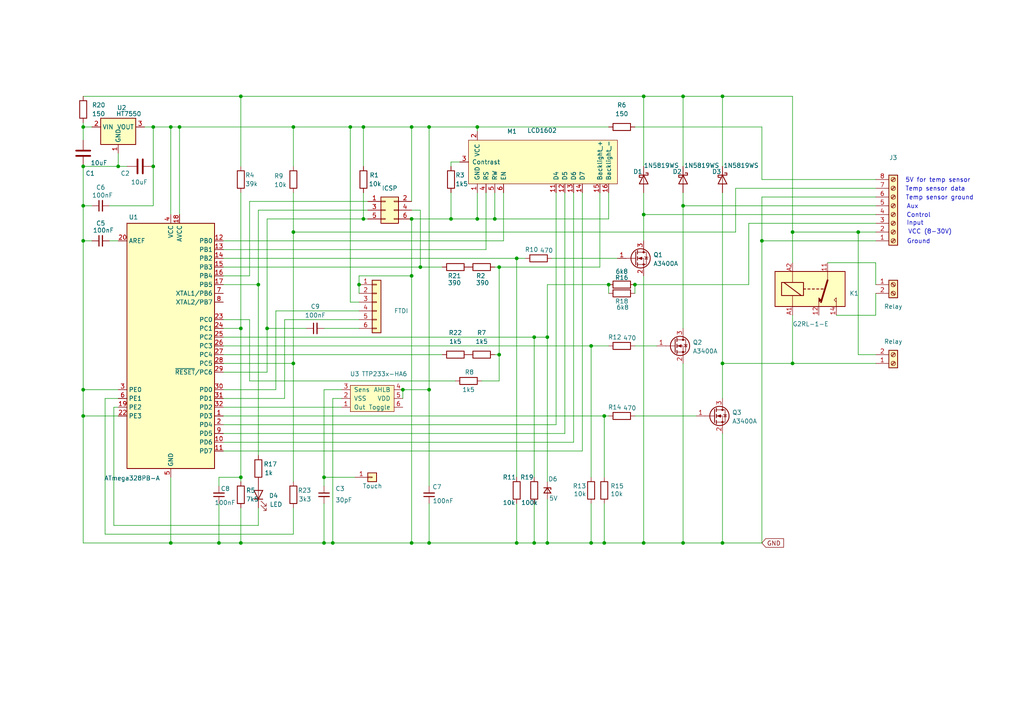
<source format=kicad_sch>
(kicad_sch (version 20231120) (generator "eeschema") (generator_version "8.0")
  (paper "A4")
  (title_block (title "ThermalOptimizer") (date "2025-03-02") (rev "1.2") (company "TheFloatingLab LLC") (comment 1 "Open Source under the GNU GENERAL PUBLIC LICENSE"))
  (lib_symbols
    (symbol "Connector:Screw_Terminal_01x02" (pin_names (offset 1.016) hide)
      (property "Reference" "J" (at 0 2.54 0))
      (property "Value" "Screw_Terminal_01x02" (at 0 -5.08 0))
      (symbol "Screw_Terminal_01x02_1_1"
        (rectangle (start -1.27 1.27) (end 1.27 -3.81) (stroke (width 0.254)) (fill (type background)))
        (circle (center 0 -2.54) (radius 0.635) (stroke (width 0.1524)))
        (polyline (pts (xy -0.5334 -2.2098) (xy 0.3302 -3.048)) (stroke (width 0.1524)))
        (polyline (pts (xy -0.5334 0.3302) (xy 0.3302 -0.508)) (stroke (width 0.1524)))
        (polyline (pts (xy -0.3556 -2.032) (xy 0.508 -2.8702)) (stroke (width 0.1524)))
        (polyline (pts (xy -0.3556 0.508) (xy 0.508 -0.3302)) (stroke (width 0.1524)))
        (circle (center 0 0) (radius 0.635) (stroke (width 0.1524)))
        (pin passive line (at -5.08 0 0) (length 3.81) (name "Pin_1") (number "1"))
        (pin passive line (at -5.08 -2.54 0) (length 3.81) (name "Pin_2") (number "2"))
      )
    )
    (symbol "Connector:Screw_Terminal_01x08" (pin_names (offset 1.016) hide)
      (property "Reference" "J" (at 0 10.16 0))
      (property "Value" "Screw_Terminal_01x08" (at 0 -12.7 0))
      (symbol "Screw_Terminal_01x08_1_1"
        (rectangle (start -1.27 8.89) (end 1.27 -11.43) (stroke (width 0.254)) (fill (type background)))
        (circle (center 0 -10.16) (radius 0.635) (stroke (width 0.1524)))
        (circle (center 0 -7.62) (radius 0.635) (stroke (width 0.1524)))
        (circle (center 0 -5.08) (radius 0.635) (stroke (width 0.1524)))
        (circle (center 0 -2.54) (radius 0.635) (stroke (width 0.1524)))
        (polyline (pts (xy -0.5334 -9.8298) (xy 0.3302 -10.668)) (stroke (width 0.1524)))
        (polyline (pts (xy -0.5334 -7.2898) (xy 0.3302 -8.128)) (stroke (width 0.1524)))
        (polyline (pts (xy -0.5334 -4.7498) (xy 0.3302 -5.588)) (stroke (width 0.1524)))
        (polyline (pts (xy -0.5334 -2.2098) (xy 0.3302 -3.048)) (stroke (width 0.1524)))
        (polyline (pts (xy -0.5334 0.3302) (xy 0.3302 -0.508)) (stroke (width 0.1524)))
        (polyline (pts (xy -0.5334 2.8702) (xy 0.3302 2.032)) (stroke (width 0.1524)))
        (polyline (pts (xy -0.5334 5.4102) (xy 0.3302 4.572)) (stroke (width 0.1524)))
        (polyline (pts (xy -0.5334 7.9502) (xy 0.3302 7.112)) (stroke (width 0.1524)))
        (polyline (pts (xy -0.3556 -9.652) (xy 0.508 -10.4902)) (stroke (width 0.1524)))
        (polyline (pts (xy -0.3556 -7.112) (xy 0.508 -7.9502)) (stroke (width 0.1524)))
        (polyline (pts (xy -0.3556 -4.572) (xy 0.508 -5.4102)) (stroke (width 0.1524)))
        (polyline (pts (xy -0.3556 -2.032) (xy 0.508 -2.8702)) (stroke (width 0.1524)))
        (polyline (pts (xy -0.3556 0.508) (xy 0.508 -0.3302)) (stroke (width 0.1524)))
        (polyline (pts (xy -0.3556 3.048) (xy 0.508 2.2098)) (stroke (width 0.1524)))
        (polyline (pts (xy -0.3556 5.588) (xy 0.508 4.7498)) (stroke (width 0.1524)))
        (polyline (pts (xy -0.3556 8.128) (xy 0.508 7.2898)) (stroke (width 0.1524)))
        (circle (center 0 0) (radius 0.635) (stroke (width 0.1524)))
        (circle (center 0 2.54) (radius 0.635) (stroke (width 0.1524)))
        (circle (center 0 5.08) (radius 0.635) (stroke (width 0.1524)))
        (circle (center 0 7.62) (radius 0.635) (stroke (width 0.1524)))
        (pin passive line (at -5.08 7.62 0) (length 3.81) (name "Pin_1") (number "1"))
        (pin passive line (at -5.08 5.08 0) (length 3.81) (name "Pin_2") (number "2"))
        (pin passive line (at -5.08 2.54 0) (length 3.81) (name "Pin_3") (number "3"))
        (pin passive line (at -5.08 0 0) (length 3.81) (name "Pin_4") (number "4"))
        (pin passive line (at -5.08 -2.54 0) (length 3.81) (name "Pin_5") (number "5"))
        (pin passive line (at -5.08 -5.08 0) (length 3.81) (name "Pin_6") (number "6"))
        (pin passive line (at -5.08 -7.62 0) (length 3.81) (name "Pin_7") (number "7"))
        (pin passive line (at -5.08 -10.16 0) (length 3.81) (name "Pin_8") (number "8"))
      )
    )
    (symbol "Connector_Generic:Conn_01x01" (pin_names (offset 1.016) hide)
      (property "Reference" "J" (at 0 2.54 0))
      (property "Value" "Conn_01x01" (at 0 -2.54 0))
      (symbol "Conn_01x01_1_1"
        (rectangle (start -1.27 0.127) (end 0 -0.127) (stroke (width 0.1524)))
        (rectangle (start -1.27 1.27) (end 1.27 -1.27) (stroke (width 0.254)) (fill (type background)))
        (pin passive line (at -5.08 0 0) (length 3.81) (name "Pin_1") (number "1"))
      )
    )
    (symbol "Connector_Generic:Conn_01x06" (pin_names (offset 1.016) hide)
      (property "Reference" "J" (at 0 7.62 0))
      (property "Value" "Conn_01x06" (at 0 -10.16 0))
      (symbol "Conn_01x06_1_1"
        (rectangle (start -1.27 -7.493) (end 0 -7.747) (stroke (width 0.1524)))
        (rectangle (start -1.27 -4.953) (end 0 -5.207) (stroke (width 0.1524)))
        (rectangle (start -1.27 -2.413) (end 0 -2.667) (stroke (width 0.1524)))
        (rectangle (start -1.27 0.127) (end 0 -0.127) (stroke (width 0.1524)))
        (rectangle (start -1.27 2.667) (end 0 2.413) (stroke (width 0.1524)))
        (rectangle (start -1.27 5.207) (end 0 4.953) (stroke (width 0.1524)))
        (rectangle (start -1.27 6.35) (end 1.27 -8.89) (stroke (width 0.254)) (fill (type background)))
        (pin passive line (at -5.08 5.08 0) (length 3.81) (name "Pin_1") (number "1"))
        (pin passive line (at -5.08 2.54 0) (length 3.81) (name "Pin_2") (number "2"))
        (pin passive line (at -5.08 0 0) (length 3.81) (name "Pin_3") (number "3"))
        (pin passive line (at -5.08 -2.54 0) (length 3.81) (name "Pin_4") (number "4"))
        (pin passive line (at -5.08 -5.08 0) (length 3.81) (name "Pin_5") (number "5"))
        (pin passive line (at -5.08 -7.62 0) (length 3.81) (name "Pin_6") (number "6"))
      )
    )
    (symbol "Connector_Generic:Conn_02x03_Odd_Even" (pin_names (offset 1.016) hide)
      (property "Reference" "J" (at 1.27 5.08 0))
      (property "Value" "Conn_02x03_Odd_Even" (at 1.27 -5.08 0))
      (symbol "Conn_02x03_Odd_Even_1_1"
        (rectangle (start -1.27 -2.413) (end 0 -2.667) (stroke (width 0.1524)))
        (rectangle (start -1.27 0.127) (end 0 -0.127) (stroke (width 0.1524)))
        (rectangle (start -1.27 2.667) (end 0 2.413) (stroke (width 0.1524)))
        (rectangle (start -1.27 3.81) (end 3.81 -3.81) (stroke (width 0.254)) (fill (type background)))
        (rectangle (start 3.81 -2.413) (end 2.54 -2.667) (stroke (width 0.1524)))
        (rectangle (start 3.81 0.127) (end 2.54 -0.127) (stroke (width 0.1524)))
        (rectangle (start 3.81 2.667) (end 2.54 2.413) (stroke (width 0.1524)))
        (pin passive line (at -5.08 2.54 0) (length 3.81) (name "Pin_1") (number "1"))
        (pin passive line (at 7.62 2.54 180) (length 3.81) (name "Pin_2") (number "2"))
        (pin passive line (at -5.08 0 0) (length 3.81) (name "Pin_3") (number "3"))
        (pin passive line (at 7.62 0 180) (length 3.81) (name "Pin_4") (number "4"))
        (pin passive line (at -5.08 -2.54 0) (length 3.81) (name "Pin_5") (number "5"))
        (pin passive line (at 7.62 -2.54 180) (length 3.81) (name "Pin_6") (number "6"))
      )
    )
    (symbol "Device:C" (pin_numbers hide) (pin_names (offset 0.254))
      (property "Reference" "C" (at 0.635 2.54 0))
      (property "Value" "C" (at 0.635 -2.54 0))
      (symbol "C_0_1"
        (polyline (pts (xy -2.032 -0.762) (xy 2.032 -0.762)) (stroke (width 0.508)))
        (polyline (pts (xy -2.032 0.762) (xy 2.032 0.762)) (stroke (width 0.508)))
      )
      (symbol "C_1_1"
        (pin passive line (at 0 3.81 270) (length 2.794) (name "~") (number "1"))
        (pin passive line (at 0 -3.81 90) (length 2.794) (name "~") (number "2"))
      )
    )
    (symbol "Device:C_Small" (pin_numbers hide) (pin_names (offset 0.254) hide)
      (property "Reference" "C" (at 0.254 1.778 0))
      (property "Value" "C_Small" (at 0.254 -2.032 0))
      (symbol "C_Small_0_1"
        (polyline (pts (xy -1.524 -0.508) (xy 1.524 -0.508)) (stroke (width 0.3302)))
        (polyline (pts (xy -1.524 0.508) (xy 1.524 0.508)) (stroke (width 0.3048)))
      )
      (symbol "C_Small_1_1"
        (pin passive line (at 0 2.54 270) (length 2.032) (name "~") (number "1"))
        (pin passive line (at 0 -2.54 90) (length 2.032) (name "~") (number "2"))
      )
    )
    (symbol "Device:D_Zener_Small" (pin_numbers hide) (pin_names (offset 0.254) hide)
      (property "Reference" "D" (at 0 2.286 0))
      (property "Value" "D_Zener_Small" (at 0 -2.286 0))
      (symbol "D_Zener_Small_0_1"
        (polyline (pts (xy 0.762 0) (xy -0.762 0)))
        (polyline (pts (xy -0.254 1.016) (xy -0.762 1.016) (xy -0.762 -1.016)) (stroke (width 0.254)))
        (polyline (pts (xy 0.762 1.016) (xy -0.762 0) (xy 0.762 -1.016) (xy 0.762 1.016)) (stroke (width 0.254)))
      )
      (symbol "D_Zener_Small_1_1"
        (pin passive line (at -2.54 0 0) (length 1.778) (name "K") (number "1"))
        (pin passive line (at 2.54 0 180) (length 1.778) (name "A") (number "2"))
      )
    )
    (symbol "Device:LED" (pin_numbers hide) (pin_names (offset 1.016) hide)
      (property "Reference" "D" (at 0 2.54 0))
      (property "Value" "LED" (at 0 -2.54 0))
      (symbol "LED_0_1"
        (polyline (pts (xy -1.27 -1.27) (xy -1.27 1.27)) (stroke (width 0.254)))
        (polyline (pts (xy -1.27 0) (xy 1.27 0)))
        (polyline (pts (xy 1.27 -1.27) (xy 1.27 1.27) (xy -1.27 0) (xy 1.27 -1.27)) (stroke (width 0.254)))
        (polyline (pts (xy -3.048 -0.762) (xy -4.572 -2.286) (xy -3.81 -2.286) (xy -4.572 -2.286) (xy -4.572 -1.524)))
        (polyline (pts (xy -1.778 -0.762) (xy -3.302 -2.286) (xy -2.54 -2.286) (xy -3.302 -2.286) (xy -3.302 -1.524)))
      )
      (symbol "LED_1_1"
        (pin passive line (at -3.81 0 0) (length 2.54) (name "K") (number "1"))
        (pin passive line (at 3.81 0 180) (length 2.54) (name "A") (number "2"))
      )
    )
    (symbol "Device:Q_NMOS_GSD" (pin_names (offset 0) hide)
      (property "Reference" "Q" (at 5.08 1.27 0))
      (property "Value" "Q_NMOS_GSD" (at 5.08 -1.27 0))
      (symbol "Q_NMOS_GSD_0_1"
        (polyline (pts (xy 0.254 0) (xy -2.54 0)))
        (polyline (pts (xy 0.254 1.905) (xy 0.254 -1.905)) (stroke (width 0.254)))
        (polyline (pts (xy 0.762 -1.27) (xy 0.762 -2.286)) (stroke (width 0.254)))
        (polyline (pts (xy 0.762 0.508) (xy 0.762 -0.508)) (stroke (width 0.254)))
        (polyline (pts (xy 0.762 2.286) (xy 0.762 1.27)) (stroke (width 0.254)))
        (polyline (pts (xy 2.54 2.54) (xy 2.54 1.778)))
        (polyline (pts (xy 2.54 -2.54) (xy 2.54 0) (xy 0.762 0)))
        (polyline (pts (xy 0.762 -1.778) (xy 3.302 -1.778) (xy 3.302 1.778) (xy 0.762 1.778)))
        (polyline (pts (xy 1.016 0) (xy 2.032 0.381) (xy 2.032 -0.381) (xy 1.016 0)) (fill (type outline)))
        (polyline (pts (xy 2.794 0.508) (xy 2.921 0.381) (xy 3.683 0.381) (xy 3.81 0.254)))
        (polyline (pts (xy 3.302 0.381) (xy 2.921 -0.254) (xy 3.683 -0.254) (xy 3.302 0.381)))
        (circle (center 1.651 0) (radius 2.794) (stroke (width 0.254)))
        (circle (center 2.54 -1.778) (radius 0.254) (fill (type outline)))
        (circle (center 2.54 1.778) (radius 0.254) (fill (type outline)))
      )
      (symbol "Q_NMOS_GSD_1_1"
        (pin input line (at -5.08 0 0) (length 2.54) (name "G") (number "1"))
        (pin passive line (at 2.54 -5.08 90) (length 2.54) (name "S") (number "2"))
        (pin passive line (at 2.54 5.08 270) (length 2.54) (name "D") (number "3"))
      )
    )
    (symbol "Device:R" (pin_numbers hide) (pin_names (offset 0))
      (property "Reference" "R" (at 2.032 0 90))
      (property "Value" "R" (at 0 0 90))
      (symbol "R_0_1"
        (rectangle (start -1.016 -2.54) (end 1.016 2.54) (stroke (width 0.254)))
      )
      (symbol "R_1_1"
        (pin passive line (at 0 3.81 270) (length 1.27) (name "~") (number "1"))
        (pin passive line (at 0 -3.81 90) (length 1.27) (name "~") (number "2"))
      )
    )
    (symbol "Diode:1N5819WS" (pin_numbers hide) (pin_names (offset 1.016) hide)
      (property "Reference" "D" (at 0 2.54 0))
      (property "Value" "1N5819WS" (at 0 -2.54 0))
      (symbol "1N5819WS_0_1"
        (polyline (pts (xy 1.27 0) (xy -1.27 0)))
        (polyline (pts (xy 1.27 1.27) (xy 1.27 -1.27) (xy -1.27 0) (xy 1.27 1.27)) (stroke (width 0.254)))
        (polyline (pts (xy -1.905 0.635) (xy -1.905 1.27) (xy -1.27 1.27) (xy -1.27 -1.27) (xy -0.635 -1.27) (xy -0.635 -0.635)) (stroke (width 0.254)))
      )
      (symbol "1N5819WS_1_1"
        (pin passive line (at -3.81 0 0) (length 2.54) (name "K") (number "1"))
        (pin passive line (at 3.81 0 180) (length 2.54) (name "A") (number "2"))
      )
    )
    (symbol "MCU_Microchip_ATmega:ATmega328PB-A"
      (property "Reference" "U" (at -12.7 36.83 0))
      (property "Value" "ATmega328PB-A" (at 2.54 -36.83 0))
      (symbol "ATmega328PB-A_0_1"
        (rectangle (start -12.7 -35.56) (end 12.7 35.56) (stroke (width 0.254)) (fill (type background)))
      )
      (symbol "ATmega328PB-A_1_1"
        (pin bidirectional line (at 15.24 -20.32 180) (length 2.54) (name "PD3") (number "1"))
        (pin bidirectional line (at 15.24 -27.94 180) (length 2.54) (name "PD6") (number "10"))
        (pin bidirectional line (at 15.24 -30.48 180) (length 2.54) (name "PD7") (number "11"))
        (pin bidirectional line (at 15.24 30.48 180) (length 2.54) (name "PB0") (number "12"))
        (pin bidirectional line (at 15.24 27.94 180) (length 2.54) (name "PB1") (number "13"))
        (pin bidirectional line (at 15.24 25.4 180) (length 2.54) (name "PB2") (number "14"))
        (pin bidirectional line (at 15.24 22.86 180) (length 2.54) (name "PB3") (number "15"))
        (pin bidirectional line (at 15.24 20.32 180) (length 2.54) (name "PB4") (number "16"))
        (pin bidirectional line (at 15.24 17.78 180) (length 2.54) (name "PB5") (number "17"))
        (pin power_in line (at 2.54 38.1 270) (length 2.54) (name "AVCC") (number "18"))
        (pin bidirectional line (at -15.24 -17.78 0) (length 2.54) (name "PE2") (number "19"))
        (pin bidirectional line (at 15.24 -22.86 180) (length 2.54) (name "PD4") (number "2"))
        (pin passive line (at -15.24 30.48 0) (length 2.54) (name "AREF") (number "20"))
        (pin passive line (at 0 -38.1 90) (length 2.54) hide (name "GND") (number "21"))
        (pin bidirectional line (at -15.24 -20.32 0) (length 2.54) (name "PE3") (number "22"))
        (pin bidirectional line (at 15.24 7.62 180) (length 2.54) (name "PC0") (number "23"))
        (pin bidirectional line (at 15.24 5.08 180) (length 2.54) (name "PC1") (number "24"))
        (pin bidirectional line (at 15.24 2.54 180) (length 2.54) (name "PC2") (number "25"))
        (pin bidirectional line (at 15.24 0 180) (length 2.54) (name "PC3") (number "26"))
        (pin bidirectional line (at 15.24 -2.54 180) (length 2.54) (name "PC4") (number "27"))
        (pin bidirectional line (at 15.24 -5.08 180) (length 2.54) (name "PC5") (number "28"))
        (pin bidirectional line (at 15.24 -7.62 180) (length 2.54) (name "~{RESET}/PC6") (number "29"))
        (pin bidirectional line (at -15.24 -12.7 0) (length 2.54) (name "PE0") (number "3"))
        (pin bidirectional line (at 15.24 -12.7 180) (length 2.54) (name "PD0") (number "30"))
        (pin bidirectional line (at 15.24 -15.24 180) (length 2.54) (name "PD1") (number "31"))
        (pin bidirectional line (at 15.24 -17.78 180) (length 2.54) (name "PD2") (number "32"))
        (pin power_in line (at 0 38.1 270) (length 2.54) (name "VCC") (number "4"))
        (pin power_in line (at 0 -38.1 90) (length 2.54) (name "GND") (number "5"))
        (pin bidirectional line (at -15.24 -15.24 0) (length 2.54) (name "PE1") (number "6"))
        (pin bidirectional line (at 15.24 15.24 180) (length 2.54) (name "XTAL1/PB6") (number "7"))
        (pin bidirectional line (at 15.24 12.7 180) (length 2.54) (name "XTAL2/PB7") (number "8"))
        (pin bidirectional line (at 15.24 -25.4 180) (length 2.54) (name "PD5") (number "9"))
      )
    )
    (symbol "Regulator_Linear:HT75xx-1-SOT89"
      (property "Reference" "U" (at -5.08 -3.81 0))
      (property "Value" "HT75xx-1-SOT89" (at 0 6.35 0))
      (symbol "HT75xx-1-SOT89_0_1"
        (rectangle (start -5.08 5.08) (end 5.08 -2.54) (stroke (width 0.254)) (fill (type background)))
      )
      (symbol "HT75xx-1-SOT89_1_1"
        (pin power_in line (at 0 -5.08 90) (length 2.54) (name "GND") (number "1"))
        (pin power_in line (at -7.62 2.54 0) (length 2.54) (name "VIN") (number "2"))
        (pin power_out line (at 7.62 2.54 180) (length 2.54) (name "VOUT") (number "3"))
      )
    )
    (symbol "Relay:G2RL-1-E"
      (property "Reference" "K" (at 11.43 3.81 0))
      (property "Value" "G2RL-1-E" (at 11.43 1.27 0))
      (symbol "G2RL-1-E_0_0"
        (polyline (pts (xy 7.62 5.08) (xy 7.62 2.54) (xy 6.985 3.175) (xy 7.62 3.81)))
      )
      (symbol "G2RL-1-E_0_1"
        (rectangle (start -10.16 5.08) (end 10.16 -5.08) (stroke (width 0.254)) (fill (type background)))
        (rectangle (start -8.255 1.905) (end -1.905 -1.905) (stroke (width 0.254)))
        (polyline (pts (xy -7.62 -1.905) (xy -2.54 1.905)) (stroke (width 0.254)))
        (polyline (pts (xy -5.08 -5.08) (xy -5.08 -1.905)))
        (polyline (pts (xy -5.08 5.08) (xy -5.08 1.905)))
        (polyline (pts (xy -1.905 0) (xy -1.27 0)) (stroke (width 0.254)))
        (polyline (pts (xy -0.635 0) (xy 0 0)) (stroke (width 0.254)))
        (polyline (pts (xy 0.635 0) (xy 1.27 0)) (stroke (width 0.254)))
        (polyline (pts (xy 1.905 0) (xy 2.54 0)) (stroke (width 0.254)))
        (polyline (pts (xy 3.175 0) (xy 3.81 0)) (stroke (width 0.254)))
        (polyline (pts (xy 5.08 -2.54) (xy 3.175 3.81)) (stroke (width 0.508)))
        (polyline (pts (xy 5.08 -2.54) (xy 5.08 -5.08)))
        (polyline (pts (xy 2.54 5.08) (xy 2.54 2.54) (xy 3.175 3.175) (xy 2.54 3.81)) (fill (type outline)))
      )
      (symbol "G2RL-1-E_1_1"
        (pin passive line (at 5.08 -7.62 90) (length 2.54) (name "~") (number "11"))
        (pin passive line (at 2.54 7.62 270) (length 2.54) (name "~") (number "12"))
        (pin passive line (at 7.62 7.62 270) (length 2.54) (name "~") (number "14"))
        (pin passive line (at -5.08 7.62 270) (length 2.54) (name "~") (number "A1"))
        (pin passive line (at -5.08 -7.62 90) (length 2.54) (name "~") (number "A2"))
      )
    )
    (symbol "lcd1602:LCD1602Asp-New_Library" (pin_names (offset 1.016))
      (property "Reference" "M" (at 0 -2.54 0))
      (property "Value" "New_Library_LCD1602Asp" (at 0 0 0))
      (symbol "LCD1602Asp-New_Library_0_1"
        (rectangle (start -24.13 3.81) (end 19.05 -8.89) (fill (type background)))
      )
      (symbol "LCD1602Asp-New_Library_1_1"
        (pin power_in line (at -21.59 -11.43 90) (length 2.54) (name "GND") (number "1"))
        (pin bidirectional line (at 1.27 -11.43 90) (length 2.54) (name "D4") (number "11"))
        (pin bidirectional line (at 3.81 -11.43 90) (length 2.54) (name "D5") (number "12"))
        (pin bidirectional line (at 6.35 -11.43 90) (length 2.54) (name "D6") (number "13"))
        (pin bidirectional line (at 8.89 -11.43 90) (length 2.54) (name "D7") (number "14"))
        (pin input line (at 13.97 -11.43 90) (length 2.54) (name "Backlight_+") (number "15"))
        (pin input line (at 16.51 -11.43 90) (length 2.54) (name "Backlight_-") (number "16"))
        (pin power_in line (at -21.59 6.35 270) (length 2.54) (name "VCC") (number "2"))
        (pin input line (at -26.67 -2.54 0) (length 2.54) (name "Contrast") (number "3"))
        (pin input line (at -19.05 -11.43 90) (length 2.54) (name "RS") (number "4"))
        (pin input line (at -16.51 -11.43 90) (length 2.54) (name "RW") (number "5"))
        (pin input line (at -13.97 -11.43 90) (length 2.54) (name "EN") (number "6"))
      )
    )
    (symbol "tfl_ttp233x-HA6:TTP233x-HA6-New_Library" (pin_names (offset 1.016))
      (property "Reference" "U" (at 0 7.62 0))
      (property "Value" "New_Library_TTP233x-HA6" (at 0 5.08 0))
      (symbol "TTP233x-HA6-New_Library_0_1"
        (polyline (pts (xy -6.35 3.81) (xy -6.35 -3.81) (xy 6.35 -3.81) (xy 6.35 3.81) (xy -6.35 3.81)) (fill (type background)))
      )
      (symbol "TTP233x-HA6-New_Library_1_1"
        (pin output line (at -8.89 2.54 0) (length 2.54) (name "Out") (number "1"))
        (pin power_in line (at -8.89 0 0) (length 2.54) (name "VSS") (number "2"))
        (pin input line (at -8.89 -2.54 0) (length 2.54) (name "Sens") (number "3"))
        (pin input line (at 8.89 -2.54 180) (length 2.54) (name "AHLB") (number "4"))
        (pin power_in line (at 8.89 0 180) (length 2.54) (name "VDD") (number "5"))
        (pin input line (at 8.89 2.54 180) (length 2.54) (name "Toggle") (number "6"))
      )
    )
  )
  (junction (at 44.45 36.83))
  (junction (at 176.53 82.55))
  (junction (at 229.87 67.31))
  (junction (at 124.46 113.03))
  (junction (at 124.46 157.48))
  (junction (at 220.98 69.85))
  (junction (at 154.94 157.48))
  (junction (at 144.78 102.87))
  (junction (at 121.92 77.47))
  (junction (at 24.13 113.03))
  (junction (at 209.55 157.48))
  (junction (at 101.6 36.83))
  (junction (at 209.55 27.94))
  (junction (at 171.45 100.33))
  (junction (at 119.38 36.83))
  (junction (at 138.43 63.5))
  (junction (at 49.53 157.48))
  (junction (at 105.41 36.83))
  (junction (at 24.13 59.69))
  (junction (at 93.98 157.48))
  (junction (at 171.45 157.48))
  (junction (at 24.13 69.85))
  (junction (at 93.98 138.43))
  (junction (at 49.53 36.83))
  (junction (at 198.12 157.48))
  (junction (at 52.07 36.83))
  (junction (at 149.86 157.48))
  (junction (at 186.69 157.48))
  (junction (at 186.69 27.94))
  (junction (at 143.51 63.5))
  (junction (at 209.55 105.41))
  (junction (at 24.13 36.83))
  (junction (at 85.09 105.41))
  (junction (at 119.38 157.48))
  (junction (at 198.12 27.94))
  (junction (at 63.5 157.48))
  (junction (at 119.38 63.5))
  (junction (at 96.52 157.48))
  (junction (at 34.29 48.26))
  (junction (at 184.15 82.55))
  (junction (at 149.86 74.93))
  (junction (at 119.38 80.01))
  (junction (at 69.85 95.25))
  (junction (at 69.85 138.43))
  (junction (at 186.69 62.23))
  (junction (at 85.09 36.83))
  (junction (at 154.94 97.79))
  (junction (at 24.13 48.26))
  (junction (at 104.14 82.55))
  (junction (at 130.81 63.5))
  (junction (at 138.43 36.83))
  (junction (at 158.75 157.48))
  (junction (at 77.47 95.25))
  (junction (at 158.75 97.79))
  (junction (at 69.85 157.48))
  (junction (at 124.46 36.83))
  (junction (at 85.09 67.31))
  (junction (at 198.12 59.69))
  (junction (at 144.78 77.47))
  (junction (at 229.87 105.41))
  (junction (at 24.13 120.65))
  (junction (at 175.26 157.48))
  (junction (at 74.93 82.55))
  (junction (at 248.92 67.31))
  (junction (at 116.84 113.03))
  (junction (at 69.85 27.94))
  (junction (at 105.41 63.5))
  (junction (at 44.45 48.26))
  (junction (at 175.26 120.65))
  (wire (pts (xy 93.98 138.43) (xy 93.98 140.97)))
  (wire (pts (xy 254 91.44) (xy 242.57 91.44)))
  (wire (pts (xy 72.39 110.49) (xy 132.08 110.49)))
  (wire (pts (xy 64.77 92.71) (xy 72.39 92.71)))
  (wire (pts (xy 116.84 113.03) (xy 124.46 113.03)))
  (wire (pts (xy 64.77 125.73) (xy 163.83 125.73)))
  (wire (pts (xy 24.13 36.83) (xy 26.67 36.83)))
  (wire (pts (xy 85.09 105.41) (xy 85.09 139.7)))
  (wire (pts (xy 184.15 100.33) (xy 190.5 100.33)))
  (wire (pts (xy 171.45 100.33) (xy 171.45 138.43)))
  (wire (pts (xy 119.38 80.01) (xy 119.38 157.48)))
  (wire (pts (xy 119.38 58.42) (xy 119.38 36.83)))
  (wire (pts (xy 69.85 147.32) (xy 69.85 157.48)))
  (wire (pts (xy 254 54.61) (xy 213.36 54.61)))
  (wire (pts (xy 74.93 82.55) (xy 64.77 82.55)))
  (wire (pts (xy 44.45 36.83) (xy 49.53 36.83)))
  (wire (pts (xy 64.77 105.41) (xy 85.09 105.41)))
  (wire (pts (xy 24.13 48.26) (xy 34.29 48.26)))
  (wire (pts (xy 209.55 157.48) (xy 198.12 157.48)))
  (wire (pts (xy 248.92 102.87) (xy 248.92 67.31)))
  (wire (pts (xy 33.02 152.4) (xy 74.93 152.4)))
  (wire (pts (xy 64.77 97.79) (xy 154.94 97.79)))
  (wire (pts (xy 209.55 125.73) (xy 209.55 157.48)))
  (wire (pts (xy 116.84 113.03) (xy 116.84 115.57)))
  (wire (pts (xy 124.46 157.48) (xy 149.86 157.48)))
  (wire (pts (xy 24.13 69.85) (xy 24.13 113.03)))
  (wire (pts (xy 184.15 36.83) (xy 220.98 36.83)))
  (wire (pts (xy 198.12 27.94) (xy 186.69 27.94)))
  (wire (pts (xy 184.15 82.55) (xy 184.15 85.09)))
  (wire (pts (xy 101.6 36.83) (xy 105.41 36.83)))
  (wire (pts (xy 30.48 115.57) (xy 30.48 154.94)))
  (wire (pts (xy 64.77 80.01) (xy 72.39 80.01)))
  (wire (pts (xy 69.85 95.25) (xy 64.77 95.25)))
  (wire (pts (xy 176.53 63.5) (xy 176.53 55.88)))
  (wire (pts (xy 186.69 55.88) (xy 186.69 62.23)))
  (wire (pts (xy 198.12 157.48) (xy 186.69 157.48)))
  (wire (pts (xy 77.47 95.25) (xy 88.9 95.25)))
  (wire (pts (xy 101.6 87.63) (xy 101.6 36.83)))
  (wire (pts (xy 119.38 60.96) (xy 121.92 60.96)))
  (wire (pts (xy 74.93 147.32) (xy 74.93 152.4)))
  (wire (pts (xy 229.87 105.41) (xy 209.55 105.41)))
  (wire (pts (xy 105.41 36.83) (xy 119.38 36.83)))
  (wire (pts (xy 130.81 55.88) (xy 130.81 63.5)))
  (wire (pts (xy 198.12 59.69) (xy 254 59.69)))
  (wire (pts (xy 72.39 92.71) (xy 72.39 110.49)))
  (wire (pts (xy 80.01 113.03) (xy 80.01 90.17)))
  (wire (pts (xy 24.13 157.48) (xy 49.53 157.48)))
  (wire (pts (xy 220.98 57.15) (xy 220.98 69.85)))
  (wire (pts (xy 240.03 76.2) (xy 254 76.2)))
  (wire (pts (xy 158.75 97.79) (xy 158.75 82.55)))
  (wire (pts (xy 209.55 55.88) (xy 209.55 105.41)))
  (wire (pts (xy 64.77 77.47) (xy 121.92 77.47)))
  (wire (pts (xy 175.26 120.65) (xy 175.26 138.43)))
  (wire (pts (xy 209.55 157.48) (xy 220.98 157.48)))
  (wire (pts (xy 64.77 107.95) (xy 77.47 107.95)))
  (wire (pts (xy 104.14 82.55) (xy 104.14 80.01)))
  (wire (pts (xy 85.09 48.26) (xy 85.09 36.83)))
  (wire (pts (xy 119.38 63.5) (xy 119.38 80.01)))
  (wire (pts (xy 138.43 36.83) (xy 138.43 38.1)))
  (wire (pts (xy 52.07 36.83) (xy 85.09 36.83)))
  (wire (pts (xy 133.35 46.99) (xy 130.81 46.99)))
  (wire (pts (xy 209.55 27.94) (xy 198.12 27.94)))
  (wire (pts (xy 49.53 157.48) (xy 49.53 138.43)))
  (wire (pts (xy 209.55 48.26) (xy 209.55 27.94)))
  (wire (pts (xy 24.13 69.85) (xy 26.67 69.85)))
  (wire (pts (xy 49.53 157.48) (xy 63.5 157.48)))
  (wire (pts (xy 124.46 36.83) (xy 138.43 36.83)))
  (wire (pts (xy 154.94 97.79) (xy 158.75 97.79)))
  (wire (pts (xy 34.29 48.26) (xy 36.83 48.26)))
  (wire (pts (xy 154.94 97.79) (xy 154.94 138.43)))
  (wire (pts (xy 254 102.87) (xy 248.92 102.87)))
  (wire (pts (xy 24.13 40.64) (xy 24.13 36.83)))
  (wire (pts (xy 104.14 82.55) (xy 104.14 85.09)))
  (wire (pts (xy 69.85 55.88) (xy 69.85 95.25)))
  (wire (pts (xy 24.13 59.69) (xy 26.67 59.69)))
  (wire (pts (xy 119.38 157.48) (xy 124.46 157.48)))
  (wire (pts (xy 64.77 113.03) (xy 80.01 113.03)))
  (wire (pts (xy 144.78 77.47) (xy 173.99 77.47)))
  (wire (pts (xy 220.98 36.83) (xy 220.98 52.07)))
  (wire (pts (xy 149.86 74.93) (xy 149.86 138.43)))
  (wire (pts (xy 63.5 140.97) (xy 63.5 138.43)))
  (wire (pts (xy 104.14 87.63) (xy 101.6 87.63)))
  (wire (pts (xy 69.85 27.94) (xy 69.85 48.26)))
  (wire (pts (xy 24.13 27.94) (xy 69.85 27.94)))
  (wire (pts (xy 168.91 130.81) (xy 168.91 55.88)))
  (wire (pts (xy 74.93 82.55) (xy 74.93 132.08)))
  (wire (pts (xy 176.53 82.55) (xy 176.53 85.09)))
  (wire (pts (xy 171.45 157.48) (xy 158.75 157.48)))
  (wire (pts (xy 64.77 72.39) (xy 140.97 72.39)))
  (wire (pts (xy 124.46 36.83) (xy 124.46 113.03)))
  (wire (pts (xy 82.55 115.57) (xy 82.55 92.71)))
  (wire (pts (xy 64.77 115.57) (xy 82.55 115.57)))
  (wire (pts (xy 82.55 92.71) (xy 104.14 92.71)))
  (wire (pts (xy 254 64.77) (xy 217.17 64.77)))
  (wire (pts (xy 229.87 105.41) (xy 229.87 91.44)))
  (wire (pts (xy 124.46 146.05) (xy 124.46 157.48)))
  (wire (pts (xy 85.09 36.83) (xy 101.6 36.83)))
  (wire (pts (xy 64.77 130.81) (xy 168.91 130.81)))
  (wire (pts (xy 63.5 138.43) (xy 69.85 138.43)))
  (wire (pts (xy 154.94 157.48) (xy 149.86 157.48)))
  (wire (pts (xy 69.85 157.48) (xy 93.98 157.48)))
  (wire (pts (xy 166.37 128.27) (xy 166.37 55.88)))
  (wire (pts (xy 119.38 36.83) (xy 124.46 36.83)))
  (wire (pts (xy 24.13 59.69) (xy 24.13 69.85)))
  (wire (pts (xy 52.07 36.83) (xy 52.07 62.23)))
  (wire (pts (xy 63.5 146.05) (xy 63.5 157.48)))
  (wire (pts (xy 154.94 146.05) (xy 154.94 157.48)))
  (wire (pts (xy 64.77 120.65) (xy 175.26 120.65)))
  (wire (pts (xy 149.86 74.93) (xy 152.4 74.93)))
  (wire (pts (xy 69.85 27.94) (xy 186.69 27.94)))
  (wire (pts (xy 198.12 48.26) (xy 198.12 27.94)))
  (wire (pts (xy 121.92 60.96) (xy 121.92 77.47)))
  (wire (pts (xy 158.75 144.78) (xy 158.75 157.48)))
  (wire (pts (xy 186.69 62.23) (xy 186.69 69.85)))
  (wire (pts (xy 124.46 113.03) (xy 124.46 140.97)))
  (wire (pts (xy 198.12 59.69) (xy 198.12 95.25)))
  (wire (pts (xy 186.69 80.01) (xy 186.69 157.48)))
  (wire (pts (xy 85.09 67.31) (xy 85.09 105.41)))
  (wire (pts (xy 229.87 67.31) (xy 229.87 27.94)))
  (wire (pts (xy 30.48 154.94) (xy 85.09 154.94)))
  (wire (pts (xy 34.29 44.45) (xy 34.29 48.26)))
  (wire (pts (xy 143.51 55.88) (xy 143.51 63.5)))
  (wire (pts (xy 24.13 113.03) (xy 34.29 113.03)))
  (wire (pts (xy 24.13 120.65) (xy 34.29 120.65)))
  (wire (pts (xy 24.13 113.03) (xy 24.13 120.65)))
  (wire (pts (xy 93.98 157.48) (xy 96.52 157.48)))
  (wire (pts (xy 254 76.2) (xy 254 82.55)))
  (wire (pts (xy 198.12 55.88) (xy 198.12 59.69)))
  (wire (pts (xy 175.26 157.48) (xy 171.45 157.48)))
  (wire (pts (xy 173.99 55.88) (xy 173.99 77.47)))
  (wire (pts (xy 24.13 48.26) (xy 24.13 59.69)))
  (wire (pts (xy 144.78 102.87) (xy 144.78 110.49)))
  (wire (pts (xy 209.55 105.41) (xy 209.55 115.57)))
  (wire (pts (xy 254 105.41) (xy 229.87 105.41)))
  (wire (pts (xy 34.29 115.57) (xy 30.48 115.57)))
  (wire (pts (xy 96.52 157.48) (xy 119.38 157.48)))
  (wire (pts (xy 85.09 147.32) (xy 85.09 154.94)))
  (wire (pts (xy 175.26 146.05) (xy 175.26 157.48)))
  (wire (pts (xy 144.78 77.47) (xy 144.78 102.87)))
  (wire (pts (xy 77.47 95.25) (xy 77.47 107.95)))
  (wire (pts (xy 149.86 146.05) (xy 149.86 157.48)))
  (wire (pts (xy 93.98 113.03) (xy 99.06 113.03)))
  (wire (pts (xy 44.45 48.26) (xy 44.45 59.69)))
  (wire (pts (xy 176.53 36.83) (xy 138.43 36.83)))
  (wire (pts (xy 106.68 60.96) (xy 74.93 60.96)))
  (wire (pts (xy 121.92 77.47) (xy 128.27 77.47)))
  (wire (pts (xy 106.68 63.5) (xy 105.41 63.5)))
  (wire (pts (xy 213.36 67.31) (xy 213.36 54.61)))
  (wire (pts (xy 175.26 120.65) (xy 176.53 120.65)))
  (wire (pts (xy 64.77 123.19) (xy 161.29 123.19)))
  (wire (pts (xy 96.52 115.57) (xy 96.52 157.48)))
  (wire (pts (xy 163.83 125.73) (xy 163.83 55.88)))
  (wire (pts (xy 93.98 146.05) (xy 93.98 157.48)))
  (wire (pts (xy 198.12 105.41) (xy 198.12 157.48)))
  (wire (pts (xy 69.85 95.25) (xy 69.85 138.43)))
  (wire (pts (xy 171.45 146.05) (xy 171.45 157.48)))
  (wire (pts (xy 184.15 120.65) (xy 201.93 120.65)))
  (wire (pts (xy 186.69 62.23) (xy 254 62.23)))
  (wire (pts (xy 72.39 58.42) (xy 106.68 58.42)))
  (wire (pts (xy 33.02 118.11) (xy 33.02 152.4)))
  (wire (pts (xy 24.13 35.56) (xy 24.13 36.83)))
  (wire (pts (xy 119.38 63.5) (xy 130.81 63.5)))
  (wire (pts (xy 49.53 36.83) (xy 52.07 36.83)))
  (wire (pts (xy 31.75 59.69) (xy 44.45 59.69)))
  (wire (pts (xy 220.98 69.85) (xy 220.98 157.48)))
  (wire (pts (xy 209.55 27.94) (xy 229.87 27.94)))
  (wire (pts (xy 171.45 100.33) (xy 176.53 100.33)))
  (wire (pts (xy 158.75 157.48) (xy 154.94 157.48)))
  (wire (pts (xy 85.09 67.31) (xy 213.36 67.31)))
  (wire (pts (xy 104.14 80.01) (xy 119.38 80.01)))
  (wire (pts (xy 85.09 55.88) (xy 85.09 67.31)))
  (wire (pts (xy 229.87 76.2) (xy 229.87 67.31)))
  (wire (pts (xy 77.47 63.5) (xy 77.47 95.25)))
  (wire (pts (xy 158.75 82.55) (xy 176.53 82.55)))
  (wire (pts (xy 64.77 118.11) (xy 99.06 118.11)))
  (wire (pts (xy 254 57.15) (xy 220.98 57.15)))
  (wire (pts (xy 138.43 63.5) (xy 143.51 63.5)))
  (wire (pts (xy 49.53 36.83) (xy 49.53 62.23)))
  (wire (pts (xy 105.41 36.83) (xy 105.41 48.26)))
  (wire (pts (xy 80.01 90.17) (xy 104.14 90.17)))
  (wire (pts (xy 74.93 60.96) (xy 74.93 82.55)))
  (wire (pts (xy 34.29 118.11) (xy 33.02 118.11)))
  (wire (pts (xy 254 85.09) (xy 254 91.44)))
  (wire (pts (xy 143.51 63.5) (xy 176.53 63.5)))
  (wire (pts (xy 160.02 74.93) (xy 179.07 74.93)))
  (wire (pts (xy 44.45 36.83) (xy 41.91 36.83)))
  (wire (pts (xy 143.51 102.87) (xy 144.78 102.87)))
  (wire (pts (xy 31.75 69.85) (xy 34.29 69.85)))
  (wire (pts (xy 130.81 46.99) (xy 130.81 48.26)))
  (wire (pts (xy 186.69 157.48) (xy 175.26 157.48)))
  (wire (pts (xy 44.45 36.83) (xy 44.45 48.26)))
  (wire (pts (xy 248.92 67.31) (xy 254 67.31)))
  (wire (pts (xy 99.06 115.57) (xy 96.52 115.57)))
  (wire (pts (xy 140.97 72.39) (xy 140.97 55.88)))
  (wire (pts (xy 130.81 63.5) (xy 138.43 63.5)))
  (wire (pts (xy 64.77 74.93) (xy 149.86 74.93)))
  (wire (pts (xy 64.77 69.85) (xy 146.05 69.85)))
  (wire (pts (xy 146.05 69.85) (xy 146.05 55.88)))
  (wire (pts (xy 69.85 138.43) (xy 69.85 139.7)))
  (wire (pts (xy 186.69 48.26) (xy 186.69 27.94)))
  (wire (pts (xy 72.39 58.42) (xy 72.39 80.01)))
  (wire (pts (xy 158.75 97.79) (xy 158.75 139.7)))
  (wire (pts (xy 161.29 55.88) (xy 161.29 123.19)))
  (wire (pts (xy 138.43 55.88) (xy 138.43 63.5)))
  (wire (pts (xy 217.17 82.55) (xy 217.17 64.77)))
  (wire (pts (xy 254 52.07) (xy 220.98 52.07)))
  (wire (pts (xy 143.51 77.47) (xy 144.78 77.47)))
  (wire (pts (xy 220.98 69.85) (xy 254 69.85)))
  (wire (pts (xy 63.5 157.48) (xy 69.85 157.48)))
  (wire (pts (xy 139.7 110.49) (xy 144.78 110.49)))
  (wire (pts (xy 93.98 95.25) (xy 104.14 95.25)))
  (wire (pts (xy 184.15 82.55) (xy 217.17 82.55)))
  (wire (pts (xy 64.77 128.27) (xy 166.37 128.27)))
  (wire (pts (xy 229.87 67.31) (xy 248.92 67.31)))
  (wire (pts (xy 77.47 63.5) (xy 105.41 63.5)))
  (wire (pts (xy 64.77 102.87) (xy 128.27 102.87)))
  (wire (pts (xy 93.98 113.03) (xy 93.98 138.43)))
  (wire (pts (xy 24.13 120.65) (xy 24.13 157.48)))
  (wire (pts (xy 64.77 100.33) (xy 171.45 100.33)))
  (wire (pts (xy 93.98 138.43) (xy 102.87 138.43)))
  (wire (pts (xy 105.41 55.88) (xy 105.41 63.5)))
  (text "Aux" (at 264.668 59.944 0) (effects (font (size 1.27 1.27))))
  (text "5V for temp sensor" (at 272.034 52.324 0) (effects (font (size 1.27 1.27))))
  (text "Temp sensor data" (at 271.272 54.864 0) (effects (font (size 1.27 1.27))))
  (text "Ground" (at 266.446 70.104 0) (effects (font (size 1.27 1.27))))
  (text "Temp sensor ground" (at 272.542 57.404 0) (effects (font (size 1.27 1.27))))
  (text "VCC (8-30V)" (at 269.748 67.31 0) (effects (font (size 1.27 1.27))))
  (text "Input" (at 265.43 64.77 0) (effects (font (size 1.27 1.27))))
  (text "Control" (at 266.446 62.484 0) (effects (font (size 1.27 1.27))))
  (global_label "GND" (shape input) (at 220.98 157.48 0) (property "Intersheetrefs" "${INTERSHEET_REFS}" (effects (hide yes))))
  (symbol (lib_id "Device:C") (at 40.64 48.26 90) (unit 1)
    (property "Reference" "C2" (at 36.322 50.292 90))
    (property "Value" "10uF" (at 40.386 52.832 90))
    (property "Footprint" "Capacitor_SMD:C_0603_1608Metric" (effects (hide yes)))
    (property "Description" "Unpolarized capacitor" (effects (hide yes)))
    (property "LCSC" "C19702" (effects (hide yes)))
  )
  (symbol (lib_id "Connector:Screw_Terminal_01x02") (at 259.08 82.55 0) (unit 1) (in_bom no)
    (property "Reference" "J4" (effects (hide yes)))
    (property "Value" "Relay" (at 259.08 88.9 0))
    (property "Footprint" "TerminalBlock_Phoenix:TerminalBlock_Phoenix_MKDS-1,5-2_1x02_P5.00mm_Horizontal" (effects (hide yes)))
    (property "Description" "Generic screw terminal, single row, 01x02, script generated (kicad-library-utils/schlib/autogen/connector/)" (effects (hide yes)))
  )
  (symbol (lib_id "Regulator_Linear:HT75xx-1-SOT89") (at 34.29 39.37 0) (unit 1)
    (property "Reference" "U2" (at 35.306 31.242 0))
    (property "Value" "HT7550" (at 37.338 33.02 0))
    (property "Footprint" "Package_TO_SOT_SMD:SOT-89-3" (effects (hide yes)))
    (property "Datasheet" "https://www.holtek.com/documents/10179/116711/HT75xx-1v250.pdf" (effects (hide yes)))
    (property "Description" "100mA Low Dropout Voltage Regulator, Fixed Output, SOT89" (effects (hide yes)))
    (property "LCSC" "C16106" (effects (hide yes)))
  )
  (symbol (lib_id "Device:R") (at 156.21 74.93 90) (unit 1)
    (property "Reference" "R10" (at 154.178 72.39 90))
    (property "Value" "470" (at 158.496 72.644 90))
    (property "Footprint" "Resistor_SMD:R_0603_1608Metric" (effects (hide yes)))
    (property "Description" "Resistor" (effects (hide yes)))
    (property "LCSC" "C23179" (effects (hide yes)))
  )
  (symbol (lib_id "Diode:1N5819WS") (at 209.55 52.07 270) (unit 1)
    (property "Reference" "D3" (at 206.502 49.784 90) (effects (justify left)))
    (property "Value" "1N5819WS" (at 209.804 48.006 90) (effects (justify left)))
    (property "Footprint" "Diode_SMD:D_SOD-323" (effects (hide yes)))
    (property "Datasheet" "https://datasheet.lcsc.com/lcsc/2204281430_Guangdong-Hottech-1N5819WS_C191023.pdf" (effects (hide yes)))
    (property "Description" "40V 600mV@1A 1A SOD-323 Schottky Barrier Diodes, SOD-323" (effects (hide yes)))
    (property "LCSC" "C191023" (effects (hide yes)))
  )
  (symbol (lib_id "Device:R") (at 69.85 143.51 0) (unit 1)
    (property "Reference" "R5" (at 71.374 142.24 0) (effects (justify left)))
    (property "Value" "7k5" (at 71.374 144.78 0) (effects (justify left)))
    (property "Footprint" "Resistor_SMD:R_0603_1608Metric" (effects (hide yes)))
    (property "Description" "Resistor" (effects (hide yes)))
    (property "LCSC" "C23234" (effects (hide yes)))
  )
  (symbol (lib_id "Device:R") (at 154.94 142.24 0) (unit 1)
    (property "Reference" "R19" (at 150.876 138.43 0) (effects (justify left)))
    (property "Value" "100k" (at 151.13 145.796 0) (effects (justify left)))
    (property "Footprint" "Resistor_SMD:R_0603_1608Metric" (effects (hide yes)))
    (property "Description" "Resistor" (effects (hide yes)))
    (property "LCSC" "C25803" (effects (hide yes)))
  )
  (symbol (lib_id "Device:LED") (at 74.93 143.51 90) (unit 1) (in_bom no)
    (property "Reference" "D4" (at 77.978 143.764 90) (effects (justify right)))
    (property "Value" "LED" (at 78.232 146.304 90) (effects (justify right)))
    (property "Footprint" "LED_THT:LED_D3.0mm" (effects (hide yes)))
    (property "Description" "Light emitting diode" (effects (hide yes)))
  )
  (symbol (lib_id "Device:R") (at 171.45 142.24 0) (unit 1)
    (property "Reference" "R13" (at 166.116 140.97 0) (effects (justify left)))
    (property "Value" "10k" (at 166.37 143.256 0) (effects (justify left)))
    (property "Footprint" "Resistor_SMD:R_0603_1608Metric" (effects (hide yes)))
    (property "Description" "Resistor" (effects (hide yes)))
    (property "LCSC" "C25804" (effects (hide yes)))
  )
  (symbol (lib_id "Device:C_Small") (at 93.98 143.51 0) (unit 1)
    (property "Reference" "C3" (at 97.282 141.732 0) (effects (justify left)))
    (property "Value" "30pF" (at 97.282 145.034 0) (effects (justify left)))
    (property "Footprint" "Capacitor_SMD:C_0603_1608Metric" (effects (hide yes)))
    (property "Description" "Unpolarized capacitor, small symbol" (effects (hide yes)))
    (property "LCSC" "C1658" (effects (hide yes)))
  )
  (symbol (lib_id "Connector_Generic:Conn_02x03_Odd_Even") (at 111.76 60.96 0) (unit 1) (in_bom no)
    (property "Reference" "J1" (effects (hide yes)))
    (property "Value" "ICSP" (at 113.03 54.61 0))
    (property "Footprint" "Connector_PinHeader_2.54mm:PinHeader_2x03_P2.54mm_Vertical" (effects (hide yes)))
    (property "Description" "Generic connector, double row, 02x03, odd/even pin numbering scheme (row 1 odd numbers, row 2 even numbers), script generated (kicad-library-utils/schlib/autogen/connector/)" (effects (hide yes)))
  )
  (symbol (lib_id "Device:R") (at 24.13 31.75 180) (unit 1)
    (property "Reference" "R20" (at 26.67 30.4799 0) (effects (justify right)))
    (property "Value" "150" (at 26.67 33.0199 0) (effects (justify right)))
    (property "Footprint" "Resistor_SMD:R_0805_2012Metric" (effects (hide yes)))
    (property "Description" "Resistor" (effects (hide yes)))
    (property "LCSC" "C17471" (effects (hide yes)))
  )
  (symbol (lib_id "Diode:1N5819WS") (at 186.69 52.07 270) (unit 1)
    (property "Reference" "D1" (at 183.642 49.784 90) (effects (justify left)))
    (property "Value" "1N5819WS" (at 186.69 48.006 90) (effects (justify left)))
    (property "Footprint" "Diode_SMD:D_SOD-323" (effects (hide yes)))
    (property "Datasheet" "https://datasheet.lcsc.com/lcsc/2204281430_Guangdong-Hottech-1N5819WS_C191023.pdf" (effects (hide yes)))
    (property "Description" "40V 600mV@1A 1A SOD-323 Schottky Barrier Diodes, SOD-323" (effects (hide yes)))
    (property "LCSC" "C191023" (effects (hide yes)))
  )
  (symbol (lib_id "Connector:Screw_Terminal_01x02") (at 259.08 105.41 0) (mirror x) (unit 1) (in_bom no)
    (property "Reference" "J6" (effects (hide yes)))
    (property "Value" "Relay" (at 259.08 99.06 0))
    (property "Footprint" "TerminalBlock_Phoenix:TerminalBlock_Phoenix_MKDS-1,5-2_1x02_P5.00mm_Horizontal" (effects (hide yes)))
    (property "Description" "Generic screw terminal, single row, 01x02, script generated (kicad-library-utils/schlib/autogen/connector/)" (effects (hide yes)))
  )
  (symbol (lib_id "Device:R") (at 149.86 142.24 0) (unit 1)
    (property "Reference" "R11" (at 145.796 138.43 0) (effects (justify left)))
    (property "Value" "10k" (at 145.796 145.796 0) (effects (justify left)))
    (property "Footprint" "Resistor_SMD:R_0603_1608Metric" (effects (hide yes)))
    (property "Description" "Resistor" (effects (hide yes)))
    (property "LCSC" "C25804" (effects (hide yes)))
  )
  (symbol (lib_id "Device:C_Small") (at 29.21 69.85 90) (unit 1)
    (property "Reference" "C5" (at 29.21 64.77 90))
    (property "Value" "100nF" (at 29.972 66.802 90))
    (property "Footprint" "Capacitor_SMD:C_0603_1608Metric" (effects (hide yes)))
    (property "Description" "Unpolarized capacitor, small symbol" (effects (hide yes)))
    (property "LCSC" "C14663" (effects (hide yes)))
  )
  (symbol (lib_id "Relay:G2RL-1-E") (at 234.95 83.82 0) (mirror x) (unit 1) (in_bom no)
    (property "Reference" "K1" (at 246.38 85.0901 0) (effects (justify left)))
    (property "Value" "G2RL-1-E" (at 229.87 93.98 0) (effects (justify left)))
    (property "Footprint" "Relay_THT:Relay_SPDT_Omron_G2RL-1-E" (effects (hide yes)))
    (property "Datasheet" "https://omronfs.omron.com/en_US/ecb/products/pdf/en-g2rl.pdf" (effects (hide yes)))
    (property "Description" "General Purpose Low Profile Relay SPDT Through Hole High Capacity, Omron G2RL series, 16A 250VAC" (effects (hide yes)))
  )
  (symbol (lib_id "Device:R") (at 74.93 135.89 0) (unit 1)
    (property "Reference" "R17" (at 76.454 134.62 0) (effects (justify left)))
    (property "Value" "1k" (at 76.708 137.16 0) (effects (justify left)))
    (property "Footprint" "Resistor_SMD:R_0603_1608Metric" (effects (hide yes)))
    (property "Description" "Resistor" (effects (hide yes)))
    (property "LCSC" "C21190" (effects (hide yes)))
  )
  (symbol (lib_id "Device:C") (at 24.13 44.45 180) (unit 1)
    (property "Reference" "C1" (at 26.162 50.292 0))
    (property "Value" "10uF" (at 28.702 47.244 0))
    (property "Footprint" "Capacitor_SMD:C_0805_2012Metric" (effects (hide yes)))
    (property "Description" "Unpolarized capacitor" (effects (hide yes)))
    (property "LCSC" "C440198" (effects (hide yes)))
  )
  (symbol (lib_id "Device:R") (at 180.34 82.55 90) (unit 1)
    (property "Reference" "R16" (at 180.34 80.518 90))
    (property "Value" "6k8" (at 180.34 78.74 90))
    (property "Footprint" "Resistor_SMD:R_0603_1608Metric" (effects (hide yes)))
    (property "Description" "Resistor" (effects (hide yes)))
    (property "LCSC" "C23212" (effects (hide yes)))
  )
  (symbol (lib_id "Device:R") (at 180.34 85.09 90) (unit 1)
    (property "Reference" "R18" (at 180.34 87.376 90))
    (property "Value" "6k8" (at 180.594 89.154 90))
    (property "Footprint" "Resistor_SMD:R_0603_1608Metric" (effects (hide yes)))
    (property "Description" "Resistor" (effects (hide yes)))
    (property "LCSC" "C23212" (effects (hide yes)))
  )
  (symbol (lib_id "Device:R") (at 139.7 77.47 270) (unit 1)
    (property "Reference" "R2" (at 139.446 80.01 90))
    (property "Value" "390" (at 139.954 82.042 90))
    (property "Footprint" "Resistor_SMD:R_0603_1608Metric" (effects (hide yes)))
    (property "Description" "Resistor" (effects (hide yes)))
    (property "LCSC" "C23151" (effects (hide yes)))
  )
  (symbol (lib_id "Device:D_Zener_Small") (at 158.75 142.24 270) (unit 1)
    (property "Reference" "D6" (at 159.004 138.938 90) (effects (justify left)))
    (property "Value" "5V" (at 159.258 144.526 90) (effects (justify left)))
    (property "Footprint" "Diode_SMD:D_SOD-123" (effects (hide yes)))
    (property "Description" "Zener diode, small symbol" (effects (hide yes)))
    (property "LCSC" "C2759896" (effects (hide yes)))
  )
  (symbol (lib_id "Device:R") (at 180.34 100.33 90) (unit 1)
    (property "Reference" "R12" (at 178.308 97.79 90))
    (property "Value" "470" (at 182.626 98.044 90))
    (property "Footprint" "Resistor_SMD:R_0603_1608Metric" (effects (hide yes)))
    (property "Description" "Resistor" (effects (hide yes)))
    (property "LCSC" "C23179" (effects (hide yes)))
  )
  (symbol (lib_id "tfl_ttp233x-HA6:TTP233x-HA6-New_Library") (at 107.95 115.57 0) (mirror x) (unit 1)
    (property "Reference" "U3" (at 102.87 108.458 0))
    (property "Value" "TTP233x-HA6" (at 111.506 108.458 0))
    (property "Footprint" "Package_TO_SOT_SMD:SOT-23-6" (effects (hide yes)))
    (property "LCSC" "C2835626" (effects (hide yes)))
  )
  (symbol (lib_id "Device:Q_NMOS_GSD") (at 184.15 74.93 0) (unit 1)
    (property "Reference" "Q1" (at 189.484 73.914 0) (effects (justify left)))
    (property "Value" "A3400A" (at 189.484 76.454 0) (effects (justify left)))
    (property "Footprint" "Package_TO_SOT_SMD:SOT-23" (effects (hide yes)))
    (property "Description" "C20917" (effects (hide yes)))
    (property "LCSC" "C20917" (effects (hide yes)))
  )
  (symbol (lib_id "Device:R") (at 132.08 77.47 270) (unit 1)
    (property "Reference" "R21" (at 131.826 80.01 90))
    (property "Value" "390" (at 131.826 82.042 90))
    (property "Footprint" "Resistor_SMD:R_0603_1608Metric" (effects (hide yes)))
    (property "Description" "Resistor" (effects (hide yes)))
    (property "LCSC" "C23151" (effects (hide yes)))
  )
  (symbol (lib_id "Device:R") (at 180.34 36.83 270) (unit 1)
    (property "Reference" "R6" (at 180.34 30.48 90))
    (property "Value" "150" (at 180.34 33.02 90))
    (property "Footprint" "Resistor_SMD:R_0805_2012Metric" (effects (hide yes)))
    (property "Description" "Resistor" (effects (hide yes)))
    (property "LCSC" "C17471" (effects (hide yes)))
  )
  (symbol (lib_id "Device:C_Small") (at 91.44 95.25 90) (unit 1)
    (property "Reference" "C9" (at 91.4463 88.9 90))
    (property "Value" "100nF" (at 91.4463 91.44 90))
    (property "Footprint" "Capacitor_SMD:C_0603_1608Metric" (effects (hide yes)))
    (property "Description" "Unpolarized capacitor, small symbol" (effects (hide yes)))
    (property "LCSC" "C14663" (effects (hide yes)))
  )
  (symbol (lib_id "Device:R") (at 135.89 110.49 270) (unit 1)
    (property "Reference" "R8" (at 136.144 107.95 90))
    (property "Value" "1k5" (at 135.89 113.03 90))
    (property "Footprint" "Resistor_SMD:R_0603_1608Metric" (effects (hide yes)))
    (property "Description" "Resistor" (effects (hide yes)))
    (property "LCSC" "C22843" (effects (hide yes)))
  )
  (symbol (lib_id "Device:R") (at 132.08 102.87 270) (unit 1)
    (property "Reference" "R22" (at 132.08 96.52 90))
    (property "Value" "1k5" (at 132.08 99.06 90))
    (property "Footprint" "Resistor_SMD:R_0603_1608Metric" (effects (hide yes)))
    (property "Description" "Resistor" (effects (hide yes)))
    (property "LCSC" "C22843" (effects (hide yes)))
  )
  (symbol (lib_id "Device:R") (at 85.09 52.07 0) (unit 1)
    (property "Reference" "R9" (at 79.502 51.054 0) (effects (justify left)))
    (property "Value" "10k" (at 79.502 53.594 0) (effects (justify left)))
    (property "Footprint" "Resistor_SMD:R_0603_1608Metric" (effects (hide yes)))
    (property "Description" "Resistor" (effects (hide yes)))
    (property "LCSC" "C25804" (effects (hide yes)))
  )
  (symbol (lib_id "Device:R") (at 69.85 52.07 0) (unit 1)
    (property "Reference" "R4" (at 71.12 50.8 0) (effects (justify left)))
    (property "Value" "39k" (at 71.12 53.34 0) (effects (justify left)))
    (property "Footprint" "Resistor_SMD:R_0603_1608Metric" (effects (hide yes)))
    (property "Description" "Resistor" (effects (hide yes)))
    (property "LCSC" "C23153" (effects (hide yes)))
  )
  (symbol (lib_id "Device:R") (at 175.26 142.24 0) (unit 1)
    (property "Reference" "R15" (at 177.038 140.97 0) (effects (justify left)))
    (property "Value" "10k" (at 177.038 143.256 0) (effects (justify left)))
    (property "Footprint" "Resistor_SMD:R_0603_1608Metric" (effects (hide yes)))
    (property "Description" "Resistor" (effects (hide yes)))
    (property "LCSC" "C25804" (effects (hide yes)))
  )
  (symbol (lib_id "Device:R") (at 180.34 120.65 90) (unit 1)
    (property "Reference" "R14" (at 178.308 118.11 90))
    (property "Value" "470" (at 182.626 118.364 90))
    (property "Footprint" "Resistor_SMD:R_0603_1608Metric" (effects (hide yes)))
    (property "Description" "Resistor" (effects (hide yes)))
    (property "LCSC" "C23179" (effects (hide yes)))
  )
  (symbol (lib_id "Device:C_Small") (at 29.21 59.69 90) (unit 1)
    (property "Reference" "C6" (at 29.21 54.356 90))
    (property "Value" "100nF" (at 29.718 56.642 90))
    (property "Footprint" "Capacitor_SMD:C_0603_1608Metric" (effects (hide yes)))
    (property "Description" "Unpolarized capacitor, small symbol" (effects (hide yes)))
    (property "LCSC" "C14663" (effects (hide yes)))
  )
  (symbol (lib_id "Device:C_Small") (at 63.5 143.51 180) (unit 1)
    (property "Reference" "C8" (at 64.008 141.732 0) (effects (justify right)))
    (property "Value" "100nF" (at 62.23 145.796 0) (effects (justify right)))
    (property "Footprint" "Capacitor_SMD:C_0603_1608Metric" (effects (hide yes)))
    (property "Description" "Unpolarized capacitor, small symbol" (effects (hide yes)))
    (property "LCSC" "C14663" (effects (hide yes)))
  )
  (symbol (lib_id "Device:Q_NMOS_GSD") (at 207.01 120.65 0) (unit 1)
    (property "Reference" "Q3" (at 212.344 119.634 0) (effects (justify left)))
    (property "Value" "A3400A" (at 212.344 122.174 0) (effects (justify left)))
    (property "Footprint" "Package_TO_SOT_SMD:SOT-23" (effects (hide yes)))
    (property "Description" "C20917" (effects (hide yes)))
    (property "LCSC" "C20917" (effects (hide yes)))
  )
  (symbol (lib_id "Connector_Generic:Conn_01x06") (at 109.22 87.63 0) (unit 1) (in_bom no)
    (property "Reference" "J5" (effects (hide yes)))
    (property "Value" "FTDI" (at 114.3 90.17 0) (effects (justify left)))
    (property "Footprint" "Connector_PinHeader_2.54mm:PinHeader_1x06_P2.54mm_Vertical" (effects (hide yes)))
    (property "Description" "Generic connector, single row, 01x06, script generated (kicad-library-utils/schlib/autogen/connector/)" (effects (hide yes)))
  )
  (symbol (lib_id "Device:R") (at 105.41 52.07 0) (unit 1)
    (property "Reference" "R1" (at 107.188 50.8 0) (effects (justify left)))
    (property "Value" "10k" (at 106.934 53.34 0) (effects (justify left)))
    (property "Footprint" "Resistor_SMD:R_0603_1608Metric" (effects (hide yes)))
    (property "Description" "Resistor" (effects (hide yes)))
    (property "LCSC" "C25804" (effects (hide yes)))
  )
  (symbol (lib_id "Diode:1N5819WS") (at 198.12 52.07 270) (unit 1)
    (property "Reference" "D2" (at 195.072 49.784 90) (effects (justify left)))
    (property "Value" "1N5819WS" (at 198.374 48.006 90) (effects (justify left)))
    (property "Footprint" "Diode_SMD:D_SOD-323" (effects (hide yes)))
    (property "Datasheet" "https://datasheet.lcsc.com/lcsc/2204281430_Guangdong-Hottech-1N5819WS_C191023.pdf" (effects (hide yes)))
    (property "Description" "40V 600mV@1A 1A SOD-323 Schottky Barrier Diodes, SOD-323" (effects (hide yes)))
    (property "LCSC" "C191023" (effects (hide yes)))
  )
  (symbol (lib_id "MCU_Microchip_ATmega:ATmega328PB-A") (at 49.53 100.33 0) (unit 1)
    (property "Reference" "U1" (at 37.338 62.992 0) (effects (justify left)))
    (property "Value" "ATmega328PB-A" (at 30.226 138.684 0) (effects (justify left)))
    (property "Footprint" "Package_QFP:TQFP-32_7x7mm_P0.8mm" (effects (hide yes)))
    (property "Datasheet" "http://ww1.microchip.com/downloads/en/DeviceDoc/40001906C.pdf" (effects (hide yes)))
    (property "Description" "20MHz, 32kB Flash, 2kB SRAM, 1kB EEPROM, TQFP-32" (effects (hide yes)))
    (property "LCSC" "C132230" (effects (hide yes)))
  )
  (symbol (lib_id "Device:R") (at 130.81 52.07 0) (unit 1)
    (property "Reference" "R3" (at 132.08 50.8 0) (effects (justify left)))
    (property "Value" "1k5" (at 132.08 53.34 0) (effects (justify left)))
    (property "Footprint" "Resistor_SMD:R_0603_1608Metric" (effects (hide yes)))
    (property "Description" "Resistor" (effects (hide yes)))
    (property "LCSC" "C22843" (effects (hide yes)))
  )
  (symbol (lib_id "Connector_Generic:Conn_01x01") (at 107.95 138.43 0) (unit 1) (in_bom no)
    (property "Reference" "J2" (effects (hide yes)))
    (property "Value" "Touch" (at 105.156 140.97 0) (effects (justify left)))
    (property "Footprint" "Connector_PinHeader_2.54mm:PinHeader_1x01_P2.54mm_Vertical" (effects (hide yes)))
    (property "Description" "Generic connector, single row, 01x01, script generated (kicad-library-utils/schlib/autogen/connector/)" (effects (hide yes)))
  )
  (symbol (lib_id "Device:R") (at 85.09 143.51 0) (unit 1)
    (property "Reference" "R23" (at 86.36 142.24 0) (effects (justify left)))
    (property "Value" "3k3" (at 86.614 144.78 0) (effects (justify left)))
    (property "Footprint" "Resistor_SMD:R_0603_1608Metric" (effects (hide yes)))
    (property "Description" "Resistor" (effects (hide yes)))
    (property "LCSC" "C22978" (effects (hide yes)))
  )
  (symbol (lib_id "Connector:Screw_Terminal_01x08") (at 259.08 62.23 0) (mirror x) (unit 1) (in_bom no)
    (property "Reference" "J3" (at 259.08 45.72 0))
    (property "Value" "Screw_Terminal_01x08" (effects (hide yes)))
    (property "Footprint" "TerminalBlock_Phoenix:TerminalBlock_Phoenix_MKDS-1,5-8_1x08_P5.00mm_Horizontal" (effects (hide yes)))
    (property "Description" "Generic screw terminal, single row, 01x08, script generated (kicad-library-utils/schlib/autogen/connector/)" (effects (hide yes)))
  )
  (symbol (lib_id "Device:R") (at 139.7 102.87 270) (unit 1)
    (property "Reference" "R7" (at 139.7 96.52 90))
    (property "Value" "1k5" (at 139.7 99.06 90))
    (property "Footprint" "Resistor_SMD:R_0603_1608Metric" (effects (hide yes)))
    (property "Description" "Resistor" (effects (hide yes)))
    (property "LCSC" "C22843" (effects (hide yes)))
  )
  (symbol (lib_id "Device:Q_NMOS_GSD") (at 195.58 100.33 0) (unit 1)
    (property "Reference" "Q2" (at 200.914 99.314 0) (effects (justify left)))
    (property "Value" "A3400A" (at 200.914 101.854 0) (effects (justify left)))
    (property "Footprint" "Package_TO_SOT_SMD:SOT-23" (effects (hide yes)))
    (property "Description" "C20917" (effects (hide yes)))
    (property "LCSC" "C20917" (effects (hide yes)))
  )
  (symbol (lib_id "Device:C_Small") (at 124.46 143.51 180) (unit 1)
    (property "Reference" "C7" (at 126.746 141.224 0))
    (property "Value" "100nF" (at 128.524 145.288 0))
    (property "Footprint" "Capacitor_SMD:C_0603_1608Metric" (effects (hide yes)))
    (property "Description" "Unpolarized capacitor, small symbol" (effects (hide yes)))
    (property "LCSC" "C14663" (effects (hide yes)))
  )
  (symbol (lib_id "lcd1602:LCD1602Asp-New_Library") (at 160.02 44.45 0) (unit 1) (in_bom no)
    (property "Reference" "M1" (at 147.066 38.1 0) (effects (justify left)))
    (property "Value" "LCD1602" (at 152.908 37.846 0) (effects (justify left)))
    (property "Footprint" "mylibs:LCD1602Asp" (effects (hide yes)))
  )
)
</source>
